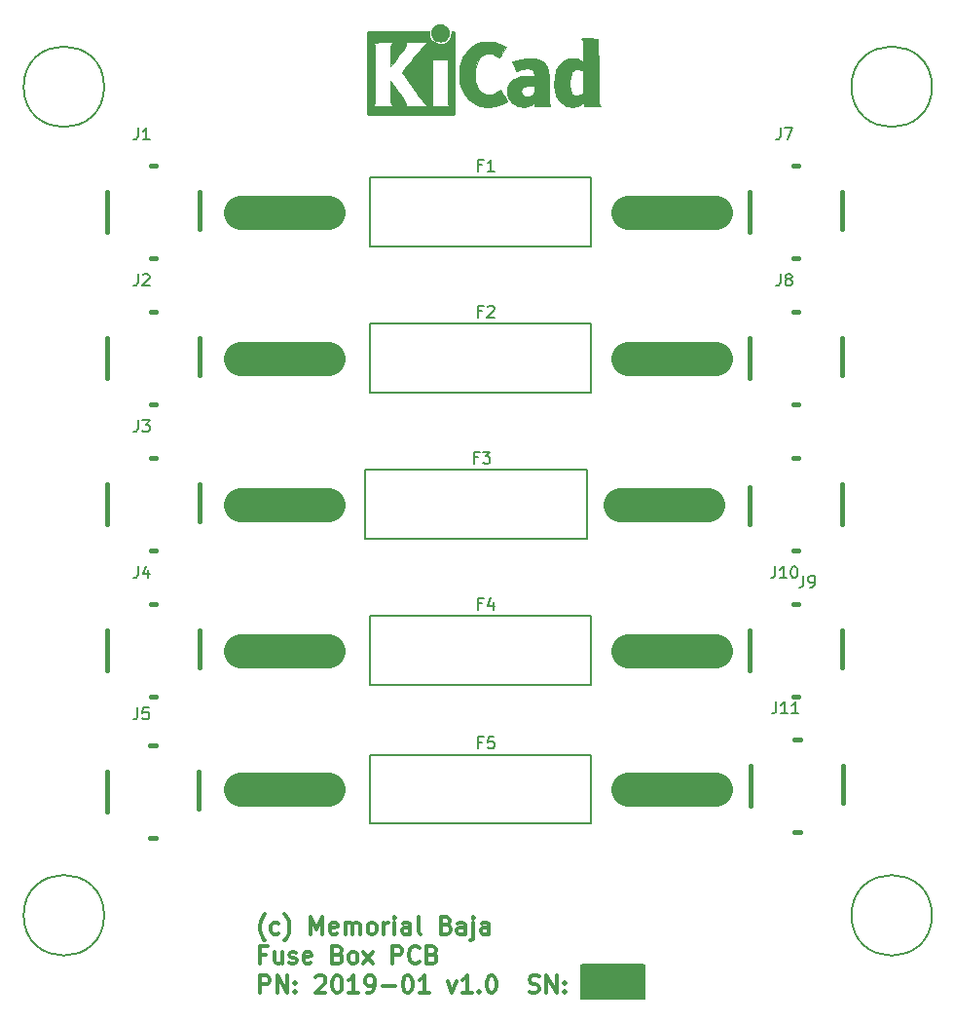
<source format=gbr>
G04 #@! TF.GenerationSoftware,KiCad,Pcbnew,(5.0.2)-1*
G04 #@! TF.CreationDate,2019-05-25T02:40:28-02:30*
G04 #@! TF.ProjectId,FusePCB,46757365-5043-4422-9e6b-696361645f70,rev?*
G04 #@! TF.SameCoordinates,Original*
G04 #@! TF.FileFunction,Legend,Top*
G04 #@! TF.FilePolarity,Positive*
%FSLAX46Y46*%
G04 Gerber Fmt 4.6, Leading zero omitted, Abs format (unit mm)*
G04 Created by KiCad (PCBNEW (5.0.2)-1) date 5/25/2019 2:40:28 AM*
%MOMM*%
%LPD*%
G01*
G04 APERTURE LIST*
%ADD10C,0.300000*%
%ADD11C,3.000000*%
%ADD12C,0.150000*%
%ADD13C,0.381000*%
%ADD14C,0.010000*%
G04 APERTURE END LIST*
D10*
X77480714Y-142200000D02*
X77409285Y-142128571D01*
X77266428Y-141914285D01*
X77195000Y-141771428D01*
X77123571Y-141557142D01*
X77052142Y-141200000D01*
X77052142Y-140914285D01*
X77123571Y-140557142D01*
X77195000Y-140342857D01*
X77266428Y-140200000D01*
X77409285Y-139985714D01*
X77480714Y-139914285D01*
X78695000Y-141557142D02*
X78552142Y-141628571D01*
X78266428Y-141628571D01*
X78123571Y-141557142D01*
X78052142Y-141485714D01*
X77980714Y-141342857D01*
X77980714Y-140914285D01*
X78052142Y-140771428D01*
X78123571Y-140700000D01*
X78266428Y-140628571D01*
X78552142Y-140628571D01*
X78695000Y-140700000D01*
X79195000Y-142200000D02*
X79266428Y-142128571D01*
X79409285Y-141914285D01*
X79480714Y-141771428D01*
X79552142Y-141557142D01*
X79623571Y-141200000D01*
X79623571Y-140914285D01*
X79552142Y-140557142D01*
X79480714Y-140342857D01*
X79409285Y-140200000D01*
X79266428Y-139985714D01*
X79195000Y-139914285D01*
X81480714Y-141628571D02*
X81480714Y-140128571D01*
X81980714Y-141200000D01*
X82480714Y-140128571D01*
X82480714Y-141628571D01*
X83766428Y-141557142D02*
X83623571Y-141628571D01*
X83337857Y-141628571D01*
X83195000Y-141557142D01*
X83123571Y-141414285D01*
X83123571Y-140842857D01*
X83195000Y-140700000D01*
X83337857Y-140628571D01*
X83623571Y-140628571D01*
X83766428Y-140700000D01*
X83837857Y-140842857D01*
X83837857Y-140985714D01*
X83123571Y-141128571D01*
X84480714Y-141628571D02*
X84480714Y-140628571D01*
X84480714Y-140771428D02*
X84552142Y-140700000D01*
X84695000Y-140628571D01*
X84909285Y-140628571D01*
X85052142Y-140700000D01*
X85123571Y-140842857D01*
X85123571Y-141628571D01*
X85123571Y-140842857D02*
X85195000Y-140700000D01*
X85337857Y-140628571D01*
X85552142Y-140628571D01*
X85695000Y-140700000D01*
X85766428Y-140842857D01*
X85766428Y-141628571D01*
X86695000Y-141628571D02*
X86552142Y-141557142D01*
X86480714Y-141485714D01*
X86409285Y-141342857D01*
X86409285Y-140914285D01*
X86480714Y-140771428D01*
X86552142Y-140700000D01*
X86695000Y-140628571D01*
X86909285Y-140628571D01*
X87052142Y-140700000D01*
X87123571Y-140771428D01*
X87195000Y-140914285D01*
X87195000Y-141342857D01*
X87123571Y-141485714D01*
X87052142Y-141557142D01*
X86909285Y-141628571D01*
X86695000Y-141628571D01*
X87837857Y-141628571D02*
X87837857Y-140628571D01*
X87837857Y-140914285D02*
X87909285Y-140771428D01*
X87980714Y-140700000D01*
X88123571Y-140628571D01*
X88266428Y-140628571D01*
X88766428Y-141628571D02*
X88766428Y-140628571D01*
X88766428Y-140128571D02*
X88695000Y-140200000D01*
X88766428Y-140271428D01*
X88837857Y-140200000D01*
X88766428Y-140128571D01*
X88766428Y-140271428D01*
X90123571Y-141628571D02*
X90123571Y-140842857D01*
X90052142Y-140700000D01*
X89909285Y-140628571D01*
X89623571Y-140628571D01*
X89480714Y-140700000D01*
X90123571Y-141557142D02*
X89980714Y-141628571D01*
X89623571Y-141628571D01*
X89480714Y-141557142D01*
X89409285Y-141414285D01*
X89409285Y-141271428D01*
X89480714Y-141128571D01*
X89623571Y-141057142D01*
X89980714Y-141057142D01*
X90123571Y-140985714D01*
X91052142Y-141628571D02*
X90909285Y-141557142D01*
X90837857Y-141414285D01*
X90837857Y-140128571D01*
X93266428Y-140842857D02*
X93480714Y-140914285D01*
X93552142Y-140985714D01*
X93623571Y-141128571D01*
X93623571Y-141342857D01*
X93552142Y-141485714D01*
X93480714Y-141557142D01*
X93337857Y-141628571D01*
X92766428Y-141628571D01*
X92766428Y-140128571D01*
X93266428Y-140128571D01*
X93409285Y-140200000D01*
X93480714Y-140271428D01*
X93552142Y-140414285D01*
X93552142Y-140557142D01*
X93480714Y-140700000D01*
X93409285Y-140771428D01*
X93266428Y-140842857D01*
X92766428Y-140842857D01*
X94909285Y-141628571D02*
X94909285Y-140842857D01*
X94837857Y-140700000D01*
X94695000Y-140628571D01*
X94409285Y-140628571D01*
X94266428Y-140700000D01*
X94909285Y-141557142D02*
X94766428Y-141628571D01*
X94409285Y-141628571D01*
X94266428Y-141557142D01*
X94195000Y-141414285D01*
X94195000Y-141271428D01*
X94266428Y-141128571D01*
X94409285Y-141057142D01*
X94766428Y-141057142D01*
X94909285Y-140985714D01*
X95623571Y-140628571D02*
X95623571Y-141914285D01*
X95552142Y-142057142D01*
X95409285Y-142128571D01*
X95337857Y-142128571D01*
X95623571Y-140128571D02*
X95552142Y-140200000D01*
X95623571Y-140271428D01*
X95695000Y-140200000D01*
X95623571Y-140128571D01*
X95623571Y-140271428D01*
X96980714Y-141628571D02*
X96980714Y-140842857D01*
X96909285Y-140700000D01*
X96766428Y-140628571D01*
X96480714Y-140628571D01*
X96337857Y-140700000D01*
X96980714Y-141557142D02*
X96837857Y-141628571D01*
X96480714Y-141628571D01*
X96337857Y-141557142D01*
X96266428Y-141414285D01*
X96266428Y-141271428D01*
X96337857Y-141128571D01*
X96480714Y-141057142D01*
X96837857Y-141057142D01*
X96980714Y-140985714D01*
X77552142Y-143392857D02*
X77052142Y-143392857D01*
X77052142Y-144178571D02*
X77052142Y-142678571D01*
X77766428Y-142678571D01*
X78980714Y-143178571D02*
X78980714Y-144178571D01*
X78337857Y-143178571D02*
X78337857Y-143964285D01*
X78409285Y-144107142D01*
X78552142Y-144178571D01*
X78766428Y-144178571D01*
X78909285Y-144107142D01*
X78980714Y-144035714D01*
X79623571Y-144107142D02*
X79766428Y-144178571D01*
X80052142Y-144178571D01*
X80195000Y-144107142D01*
X80266428Y-143964285D01*
X80266428Y-143892857D01*
X80195000Y-143750000D01*
X80052142Y-143678571D01*
X79837857Y-143678571D01*
X79695000Y-143607142D01*
X79623571Y-143464285D01*
X79623571Y-143392857D01*
X79695000Y-143250000D01*
X79837857Y-143178571D01*
X80052142Y-143178571D01*
X80195000Y-143250000D01*
X81480714Y-144107142D02*
X81337857Y-144178571D01*
X81052142Y-144178571D01*
X80909285Y-144107142D01*
X80837857Y-143964285D01*
X80837857Y-143392857D01*
X80909285Y-143250000D01*
X81052142Y-143178571D01*
X81337857Y-143178571D01*
X81480714Y-143250000D01*
X81552142Y-143392857D01*
X81552142Y-143535714D01*
X80837857Y-143678571D01*
X83837857Y-143392857D02*
X84052142Y-143464285D01*
X84123571Y-143535714D01*
X84195000Y-143678571D01*
X84195000Y-143892857D01*
X84123571Y-144035714D01*
X84052142Y-144107142D01*
X83909285Y-144178571D01*
X83337857Y-144178571D01*
X83337857Y-142678571D01*
X83837857Y-142678571D01*
X83980714Y-142750000D01*
X84052142Y-142821428D01*
X84123571Y-142964285D01*
X84123571Y-143107142D01*
X84052142Y-143250000D01*
X83980714Y-143321428D01*
X83837857Y-143392857D01*
X83337857Y-143392857D01*
X85052142Y-144178571D02*
X84909285Y-144107142D01*
X84837857Y-144035714D01*
X84766428Y-143892857D01*
X84766428Y-143464285D01*
X84837857Y-143321428D01*
X84909285Y-143250000D01*
X85052142Y-143178571D01*
X85266428Y-143178571D01*
X85409285Y-143250000D01*
X85480714Y-143321428D01*
X85552142Y-143464285D01*
X85552142Y-143892857D01*
X85480714Y-144035714D01*
X85409285Y-144107142D01*
X85266428Y-144178571D01*
X85052142Y-144178571D01*
X86052142Y-144178571D02*
X86837857Y-143178571D01*
X86052142Y-143178571D02*
X86837857Y-144178571D01*
X88552142Y-144178571D02*
X88552142Y-142678571D01*
X89123571Y-142678571D01*
X89266428Y-142750000D01*
X89337857Y-142821428D01*
X89409285Y-142964285D01*
X89409285Y-143178571D01*
X89337857Y-143321428D01*
X89266428Y-143392857D01*
X89123571Y-143464285D01*
X88552142Y-143464285D01*
X90909285Y-144035714D02*
X90837857Y-144107142D01*
X90623571Y-144178571D01*
X90480714Y-144178571D01*
X90266428Y-144107142D01*
X90123571Y-143964285D01*
X90052142Y-143821428D01*
X89980714Y-143535714D01*
X89980714Y-143321428D01*
X90052142Y-143035714D01*
X90123571Y-142892857D01*
X90266428Y-142750000D01*
X90480714Y-142678571D01*
X90623571Y-142678571D01*
X90837857Y-142750000D01*
X90909285Y-142821428D01*
X92052142Y-143392857D02*
X92266428Y-143464285D01*
X92337857Y-143535714D01*
X92409285Y-143678571D01*
X92409285Y-143892857D01*
X92337857Y-144035714D01*
X92266428Y-144107142D01*
X92123571Y-144178571D01*
X91552142Y-144178571D01*
X91552142Y-142678571D01*
X92052142Y-142678571D01*
X92195000Y-142750000D01*
X92266428Y-142821428D01*
X92337857Y-142964285D01*
X92337857Y-143107142D01*
X92266428Y-143250000D01*
X92195000Y-143321428D01*
X92052142Y-143392857D01*
X91552142Y-143392857D01*
X77052142Y-146728571D02*
X77052142Y-145228571D01*
X77623571Y-145228571D01*
X77766428Y-145300000D01*
X77837857Y-145371428D01*
X77909285Y-145514285D01*
X77909285Y-145728571D01*
X77837857Y-145871428D01*
X77766428Y-145942857D01*
X77623571Y-146014285D01*
X77052142Y-146014285D01*
X78552142Y-146728571D02*
X78552142Y-145228571D01*
X79409285Y-146728571D01*
X79409285Y-145228571D01*
X80123571Y-146585714D02*
X80195000Y-146657142D01*
X80123571Y-146728571D01*
X80052142Y-146657142D01*
X80123571Y-146585714D01*
X80123571Y-146728571D01*
X80123571Y-145800000D02*
X80195000Y-145871428D01*
X80123571Y-145942857D01*
X80052142Y-145871428D01*
X80123571Y-145800000D01*
X80123571Y-145942857D01*
X81909285Y-145371428D02*
X81980714Y-145300000D01*
X82123571Y-145228571D01*
X82480714Y-145228571D01*
X82623571Y-145300000D01*
X82695000Y-145371428D01*
X82766428Y-145514285D01*
X82766428Y-145657142D01*
X82695000Y-145871428D01*
X81837857Y-146728571D01*
X82766428Y-146728571D01*
X83695000Y-145228571D02*
X83837857Y-145228571D01*
X83980714Y-145300000D01*
X84052142Y-145371428D01*
X84123571Y-145514285D01*
X84195000Y-145800000D01*
X84195000Y-146157142D01*
X84123571Y-146442857D01*
X84052142Y-146585714D01*
X83980714Y-146657142D01*
X83837857Y-146728571D01*
X83695000Y-146728571D01*
X83552142Y-146657142D01*
X83480714Y-146585714D01*
X83409285Y-146442857D01*
X83337857Y-146157142D01*
X83337857Y-145800000D01*
X83409285Y-145514285D01*
X83480714Y-145371428D01*
X83552142Y-145300000D01*
X83695000Y-145228571D01*
X85623571Y-146728571D02*
X84766428Y-146728571D01*
X85195000Y-146728571D02*
X85195000Y-145228571D01*
X85052142Y-145442857D01*
X84909285Y-145585714D01*
X84766428Y-145657142D01*
X86337857Y-146728571D02*
X86623571Y-146728571D01*
X86766428Y-146657142D01*
X86837857Y-146585714D01*
X86980714Y-146371428D01*
X87052142Y-146085714D01*
X87052142Y-145514285D01*
X86980714Y-145371428D01*
X86909285Y-145300000D01*
X86766428Y-145228571D01*
X86480714Y-145228571D01*
X86337857Y-145300000D01*
X86266428Y-145371428D01*
X86195000Y-145514285D01*
X86195000Y-145871428D01*
X86266428Y-146014285D01*
X86337857Y-146085714D01*
X86480714Y-146157142D01*
X86766428Y-146157142D01*
X86909285Y-146085714D01*
X86980714Y-146014285D01*
X87052142Y-145871428D01*
X87695000Y-146157142D02*
X88837857Y-146157142D01*
X89837857Y-145228571D02*
X89980714Y-145228571D01*
X90123571Y-145300000D01*
X90195000Y-145371428D01*
X90266428Y-145514285D01*
X90337857Y-145800000D01*
X90337857Y-146157142D01*
X90266428Y-146442857D01*
X90195000Y-146585714D01*
X90123571Y-146657142D01*
X89980714Y-146728571D01*
X89837857Y-146728571D01*
X89695000Y-146657142D01*
X89623571Y-146585714D01*
X89552142Y-146442857D01*
X89480714Y-146157142D01*
X89480714Y-145800000D01*
X89552142Y-145514285D01*
X89623571Y-145371428D01*
X89695000Y-145300000D01*
X89837857Y-145228571D01*
X91766428Y-146728571D02*
X90909285Y-146728571D01*
X91337857Y-146728571D02*
X91337857Y-145228571D01*
X91195000Y-145442857D01*
X91052142Y-145585714D01*
X90909285Y-145657142D01*
X93409285Y-145728571D02*
X93766428Y-146728571D01*
X94123571Y-145728571D01*
X95480714Y-146728571D02*
X94623571Y-146728571D01*
X95052142Y-146728571D02*
X95052142Y-145228571D01*
X94909285Y-145442857D01*
X94766428Y-145585714D01*
X94623571Y-145657142D01*
X96123571Y-146585714D02*
X96195000Y-146657142D01*
X96123571Y-146728571D01*
X96052142Y-146657142D01*
X96123571Y-146585714D01*
X96123571Y-146728571D01*
X97123571Y-145228571D02*
X97266428Y-145228571D01*
X97409285Y-145300000D01*
X97480714Y-145371428D01*
X97552142Y-145514285D01*
X97623571Y-145800000D01*
X97623571Y-146157142D01*
X97552142Y-146442857D01*
X97480714Y-146585714D01*
X97409285Y-146657142D01*
X97266428Y-146728571D01*
X97123571Y-146728571D01*
X96980714Y-146657142D01*
X96909285Y-146585714D01*
X96837857Y-146442857D01*
X96766428Y-146157142D01*
X96766428Y-145800000D01*
X96837857Y-145514285D01*
X96909285Y-145371428D01*
X96980714Y-145300000D01*
X97123571Y-145228571D01*
X100480714Y-146657142D02*
X100695000Y-146728571D01*
X101052142Y-146728571D01*
X101195000Y-146657142D01*
X101266428Y-146585714D01*
X101337857Y-146442857D01*
X101337857Y-146300000D01*
X101266428Y-146157142D01*
X101195000Y-146085714D01*
X101052142Y-146014285D01*
X100766428Y-145942857D01*
X100623571Y-145871428D01*
X100552142Y-145800000D01*
X100480714Y-145657142D01*
X100480714Y-145514285D01*
X100552142Y-145371428D01*
X100623571Y-145300000D01*
X100766428Y-145228571D01*
X101123571Y-145228571D01*
X101337857Y-145300000D01*
X101980714Y-146728571D02*
X101980714Y-145228571D01*
X102837857Y-146728571D01*
X102837857Y-145228571D01*
X103552142Y-146585714D02*
X103623571Y-146657142D01*
X103552142Y-146728571D01*
X103480714Y-146657142D01*
X103552142Y-146585714D01*
X103552142Y-146728571D01*
X103552142Y-145800000D02*
X103623571Y-145871428D01*
X103552142Y-145942857D01*
X103480714Y-145871428D01*
X103552142Y-145800000D01*
X103552142Y-145942857D01*
D11*
X109055000Y-129045000D02*
X116675000Y-129045000D01*
X109055000Y-116980000D02*
X116675000Y-116980000D01*
X108420000Y-104280000D02*
X116040000Y-104280000D01*
X109055000Y-91580000D02*
X116675000Y-91580000D01*
X109055000Y-78880000D02*
X116675000Y-78880000D01*
X75400000Y-129045000D02*
X83020000Y-129045000D01*
X75400000Y-116980000D02*
X83020000Y-116980000D01*
X75400000Y-104280000D02*
X83020000Y-104280000D01*
X75400000Y-91580000D02*
X83020000Y-91580000D01*
X75400000Y-78880000D02*
X83020000Y-78880000D01*
D12*
G04 #@! TO.C,F1*
X105840000Y-75880000D02*
X105840000Y-81880000D01*
X86595000Y-75880000D02*
X105840000Y-75880000D01*
X86600000Y-81880000D02*
X86600000Y-75880000D01*
X105840000Y-81880000D02*
X86595000Y-81880000D01*
G04 #@! TO.C,F2*
X105840000Y-88580000D02*
X105840000Y-94580000D01*
X86595000Y-88580000D02*
X105840000Y-88580000D01*
X86600000Y-94580000D02*
X86600000Y-88580000D01*
X105840000Y-94580000D02*
X86595000Y-94580000D01*
G04 #@! TO.C,F3*
X105475000Y-101280000D02*
X105475000Y-107280000D01*
X86230000Y-101280000D02*
X105475000Y-101280000D01*
X86235000Y-107280000D02*
X86235000Y-101280000D01*
X105475000Y-107280000D02*
X86230000Y-107280000D01*
G04 #@! TO.C,F4*
X105840000Y-113980000D02*
X105840000Y-119980000D01*
X86595000Y-113980000D02*
X105840000Y-113980000D01*
X86600000Y-119980000D02*
X86600000Y-113980000D01*
X105840000Y-119980000D02*
X86595000Y-119980000D01*
G04 #@! TO.C,F5*
X105840000Y-126045000D02*
X105840000Y-132045000D01*
X86595000Y-126045000D02*
X105840000Y-126045000D01*
X86600000Y-132045000D02*
X86600000Y-126045000D01*
X105840000Y-132045000D02*
X86595000Y-132045000D01*
G04 #@! TO.C,H1*
X135500000Y-68000000D02*
G75*
G03X135500000Y-68000000I-3500000J0D01*
G01*
G04 #@! TO.C,H2*
X63500000Y-68000000D02*
G75*
G03X63500000Y-68000000I-3500000J0D01*
G01*
G04 #@! TO.C,H3*
X135500000Y-140000000D02*
G75*
G03X135500000Y-140000000I-3500000J0D01*
G01*
G04 #@! TO.C,H4*
X63500000Y-140000000D02*
G75*
G03X63500000Y-140000000I-3500000J0D01*
G01*
D13*
G04 #@! TO.C,J1*
X68030000Y-82880000D02*
X67530000Y-82880000D01*
X71780000Y-77130000D02*
X71780000Y-80380000D01*
X67530000Y-74880000D02*
X68030000Y-74880000D01*
X63780000Y-80630000D02*
X63780000Y-77130000D01*
G04 #@! TO.C,J2*
X63780000Y-93330000D02*
X63780000Y-89830000D01*
X67530000Y-87580000D02*
X68030000Y-87580000D01*
X71780000Y-89830000D02*
X71780000Y-93080000D01*
X68030000Y-95580000D02*
X67530000Y-95580000D01*
G04 #@! TO.C,J3*
X63780000Y-106030000D02*
X63780000Y-102530000D01*
X67530000Y-100280000D02*
X68030000Y-100280000D01*
X71780000Y-102530000D02*
X71780000Y-105780000D01*
X68030000Y-108280000D02*
X67530000Y-108280000D01*
G04 #@! TO.C,J4*
X63780000Y-118730000D02*
X63780000Y-115230000D01*
X67530000Y-112980000D02*
X68030000Y-112980000D01*
X71780000Y-115230000D02*
X71780000Y-118480000D01*
X68030000Y-120980000D02*
X67530000Y-120980000D01*
G04 #@! TO.C,J5*
X63750000Y-131000000D02*
X63750000Y-127500000D01*
X67500000Y-125250000D02*
X68000000Y-125250000D01*
X71750000Y-127500000D02*
X71750000Y-130750000D01*
X68000000Y-133250000D02*
X67500000Y-133250000D01*
G04 #@! TO.C,J7*
X123910000Y-82880000D02*
X123410000Y-82880000D01*
X127660000Y-77130000D02*
X127660000Y-80380000D01*
X123410000Y-74880000D02*
X123910000Y-74880000D01*
X119660000Y-80630000D02*
X119660000Y-77130000D01*
G04 #@! TO.C,J8*
X123910000Y-95580000D02*
X123410000Y-95580000D01*
X127660000Y-89830000D02*
X127660000Y-93080000D01*
X123410000Y-87580000D02*
X123910000Y-87580000D01*
X119660000Y-93330000D02*
X119660000Y-89830000D01*
G04 #@! TO.C,J9*
X123410000Y-100280000D02*
X123910000Y-100280000D01*
X119660000Y-106030000D02*
X119660000Y-102780000D01*
X123910000Y-108280000D02*
X123410000Y-108280000D01*
X127660000Y-102530000D02*
X127660000Y-106030000D01*
G04 #@! TO.C,J10*
X123910000Y-120980000D02*
X123410000Y-120980000D01*
X127660000Y-115230000D02*
X127660000Y-118480000D01*
X123410000Y-112980000D02*
X123910000Y-112980000D01*
X119660000Y-118730000D02*
X119660000Y-115230000D01*
G04 #@! TO.C,J11*
X124000000Y-132750000D02*
X123500000Y-132750000D01*
X127750000Y-127000000D02*
X127750000Y-130250000D01*
X123500000Y-124750000D02*
X124000000Y-124750000D01*
X119750000Y-130500000D02*
X119750000Y-127000000D01*
D12*
G04 #@! TO.C,logo1*
X105050000Y-147250000D02*
X110450000Y-147250000D01*
X110450000Y-147150000D02*
X105050000Y-147150000D01*
X105050000Y-147050000D02*
X110450000Y-147050000D01*
X110450000Y-146950000D02*
X105050000Y-146950000D01*
X105050000Y-146850000D02*
X110450000Y-146850000D01*
X110450000Y-146750000D02*
X105050000Y-146750000D01*
X105050000Y-146650000D02*
X110450000Y-146650000D01*
X110450000Y-146550000D02*
X105050000Y-146550000D01*
X105050000Y-146450000D02*
X110450000Y-146450000D01*
X110450000Y-146350000D02*
X105050000Y-146350000D01*
X105050000Y-146250000D02*
X110450000Y-146250000D01*
X110450000Y-146150000D02*
X105050000Y-146150000D01*
X105050000Y-146050000D02*
X110450000Y-146050000D01*
X110450000Y-145950000D02*
X105050000Y-145950000D01*
X105050000Y-145850000D02*
X110450000Y-145850000D01*
X110450000Y-145750000D02*
X105050000Y-145750000D01*
X105050000Y-145650000D02*
X110450000Y-145650000D01*
X110450000Y-145550000D02*
X105050000Y-145550000D01*
X105050000Y-145450000D02*
X110450000Y-145450000D01*
X110450000Y-145350000D02*
X105050000Y-145350000D01*
X105050000Y-145250000D02*
X110450000Y-145250000D01*
X110450000Y-145150000D02*
X105050000Y-145150000D01*
X105050000Y-145050000D02*
X110450000Y-145050000D01*
X110450000Y-144950000D02*
X105050000Y-144950000D01*
X105050000Y-144850000D02*
X110450000Y-144850000D01*
X110450000Y-144750000D02*
X105050000Y-144750000D01*
X105050000Y-144650000D02*
X110450000Y-144650000D01*
X110450000Y-144550000D02*
X105050000Y-144550000D01*
X105050000Y-144450000D02*
X110450000Y-144450000D01*
X110450000Y-144350000D02*
X105050000Y-144350000D01*
X105050000Y-144250000D02*
X110450000Y-144250000D01*
X105000000Y-144250000D02*
X105000000Y-147250000D01*
X110500000Y-144250000D02*
X110500000Y-147250000D01*
D14*
G04 #@! TO.C,logo3*
G36*
X92897682Y-62583933D02*
X93033929Y-62631172D01*
X93160779Y-62705527D01*
X93274067Y-62806987D01*
X93369628Y-62935543D01*
X93412554Y-63016572D01*
X93449705Y-63129908D01*
X93467712Y-63260751D01*
X93465717Y-63395265D01*
X93443577Y-63517158D01*
X93383064Y-63666107D01*
X93295314Y-63795309D01*
X93184788Y-63902223D01*
X93055946Y-63984306D01*
X92913247Y-64039016D01*
X92761151Y-64063810D01*
X92604119Y-64056147D01*
X92526714Y-64039772D01*
X92375859Y-63981089D01*
X92241875Y-63891543D01*
X92127994Y-63773893D01*
X92037448Y-63630902D01*
X92029788Y-63615286D01*
X92003306Y-63556686D01*
X91986678Y-63507334D01*
X91977650Y-63455270D01*
X91973968Y-63388539D01*
X91973357Y-63315929D01*
X91974367Y-63228691D01*
X91978928Y-63165624D01*
X91989334Y-63114636D01*
X92007879Y-63063633D01*
X92030770Y-63013313D01*
X92116154Y-62870470D01*
X92221301Y-62754810D01*
X92342045Y-62666325D01*
X92474221Y-62605005D01*
X92613663Y-62570839D01*
X92756205Y-62563818D01*
X92897682Y-62583933D01*
X92897682Y-62583933D01*
G37*
X92897682Y-62583933D02*
X93033929Y-62631172D01*
X93160779Y-62705527D01*
X93274067Y-62806987D01*
X93369628Y-62935543D01*
X93412554Y-63016572D01*
X93449705Y-63129908D01*
X93467712Y-63260751D01*
X93465717Y-63395265D01*
X93443577Y-63517158D01*
X93383064Y-63666107D01*
X93295314Y-63795309D01*
X93184788Y-63902223D01*
X93055946Y-63984306D01*
X92913247Y-64039016D01*
X92761151Y-64063810D01*
X92604119Y-64056147D01*
X92526714Y-64039772D01*
X92375859Y-63981089D01*
X92241875Y-63891543D01*
X92127994Y-63773893D01*
X92037448Y-63630902D01*
X92029788Y-63615286D01*
X92003306Y-63556686D01*
X91986678Y-63507334D01*
X91977650Y-63455270D01*
X91973968Y-63388539D01*
X91973357Y-63315929D01*
X91974367Y-63228691D01*
X91978928Y-63165624D01*
X91989334Y-63114636D01*
X92007879Y-63063633D01*
X92030770Y-63013313D01*
X92116154Y-62870470D01*
X92221301Y-62754810D01*
X92342045Y-62666325D01*
X92474221Y-62605005D01*
X92613663Y-62570839D01*
X92756205Y-62563818D01*
X92897682Y-62583933D01*
G36*
X105541571Y-63800089D02*
X105695876Y-63800723D01*
X105748321Y-63801042D01*
X106469500Y-63805786D01*
X106478571Y-66572572D01*
X106479769Y-66947756D01*
X106480832Y-67288417D01*
X106481827Y-67596318D01*
X106482823Y-67873221D01*
X106483888Y-68120888D01*
X106485091Y-68341081D01*
X106486499Y-68535562D01*
X106488182Y-68706094D01*
X106490206Y-68854440D01*
X106492641Y-68982361D01*
X106495554Y-69091620D01*
X106499015Y-69183979D01*
X106503090Y-69261200D01*
X106507849Y-69325046D01*
X106513360Y-69377278D01*
X106519691Y-69419660D01*
X106526910Y-69453953D01*
X106535085Y-69481920D01*
X106544285Y-69505324D01*
X106554577Y-69525925D01*
X106566031Y-69545487D01*
X106578715Y-69565772D01*
X106592695Y-69588543D01*
X106595561Y-69593393D01*
X106643640Y-69675433D01*
X105253928Y-69665929D01*
X105244857Y-69513295D01*
X105239918Y-69440045D01*
X105234771Y-69397696D01*
X105227786Y-69380892D01*
X105217337Y-69384277D01*
X105208571Y-69393960D01*
X105170388Y-69429229D01*
X105108155Y-69474563D01*
X105030641Y-69524546D01*
X104946613Y-69573761D01*
X104864839Y-69616791D01*
X104802052Y-69645101D01*
X104654954Y-69691624D01*
X104486180Y-69724579D01*
X104308191Y-69742707D01*
X104133447Y-69744750D01*
X103974407Y-69729447D01*
X103971788Y-69729009D01*
X103754168Y-69674402D01*
X103550455Y-69587401D01*
X103362613Y-69469876D01*
X103192607Y-69323697D01*
X103042402Y-69150734D01*
X102913964Y-68952857D01*
X102809257Y-68731936D01*
X102752246Y-68568286D01*
X102714651Y-68431375D01*
X102686771Y-68298798D01*
X102667753Y-68162502D01*
X102656745Y-68014433D01*
X102652895Y-67846537D01*
X102654600Y-67709440D01*
X103993359Y-67709440D01*
X103999694Y-67939329D01*
X104019679Y-68137111D01*
X104053927Y-68304539D01*
X104103055Y-68443369D01*
X104167676Y-68555358D01*
X104248405Y-68642259D01*
X104341591Y-68703692D01*
X104390080Y-68726626D01*
X104432134Y-68740375D01*
X104479020Y-68746666D01*
X104542004Y-68747222D01*
X104609857Y-68744773D01*
X104743295Y-68733004D01*
X104848832Y-68709955D01*
X104882000Y-68698410D01*
X104957735Y-68664311D01*
X105037614Y-68621491D01*
X105072500Y-68600057D01*
X105163214Y-68540556D01*
X105163214Y-66654584D01*
X105063428Y-66594771D01*
X104924267Y-66527185D01*
X104782087Y-66487214D01*
X104642090Y-66474622D01*
X104509474Y-66489173D01*
X104389440Y-66530632D01*
X104287188Y-66598763D01*
X104254195Y-66631466D01*
X104174667Y-66738619D01*
X104110299Y-66868327D01*
X104060553Y-67022814D01*
X104024891Y-67204302D01*
X104002775Y-67415015D01*
X103993667Y-67657175D01*
X103993359Y-67709440D01*
X102654600Y-67709440D01*
X102655310Y-67652374D01*
X102670605Y-67353713D01*
X102701358Y-67084325D01*
X102748381Y-66840285D01*
X102812482Y-66617670D01*
X102894472Y-66412556D01*
X102923730Y-66351746D01*
X103041581Y-66153440D01*
X103183996Y-65977212D01*
X103347629Y-65825908D01*
X103529131Y-65702371D01*
X103725153Y-65609447D01*
X103842655Y-65571115D01*
X103958054Y-65548359D01*
X104096907Y-65534820D01*
X104247574Y-65530492D01*
X104398413Y-65535368D01*
X104537785Y-65549444D01*
X104649691Y-65571525D01*
X104782884Y-65614828D01*
X104911979Y-65670511D01*
X105024928Y-65732936D01*
X105085043Y-65775303D01*
X105126510Y-65806807D01*
X105155545Y-65825990D01*
X105162150Y-65828714D01*
X105164198Y-65811163D01*
X105166107Y-65760875D01*
X105167836Y-65681400D01*
X105169341Y-65576286D01*
X105170581Y-65449083D01*
X105171513Y-65303339D01*
X105172095Y-65142603D01*
X105172286Y-64978884D01*
X105172179Y-64769188D01*
X105171658Y-64592396D01*
X105170416Y-64445126D01*
X105168148Y-64323997D01*
X105164550Y-64225627D01*
X105159317Y-64146634D01*
X105152144Y-64083638D01*
X105142726Y-64033255D01*
X105130758Y-63992105D01*
X105115935Y-63956806D01*
X105097952Y-63923977D01*
X105076505Y-63890235D01*
X105073745Y-63886057D01*
X105046083Y-63842356D01*
X105029382Y-63812305D01*
X105027143Y-63805967D01*
X105044643Y-63803967D01*
X105094574Y-63802340D01*
X105173085Y-63801112D01*
X105276323Y-63800311D01*
X105400436Y-63799961D01*
X105541571Y-63800089D01*
X105541571Y-63800089D01*
G37*
X105541571Y-63800089D02*
X105695876Y-63800723D01*
X105748321Y-63801042D01*
X106469500Y-63805786D01*
X106478571Y-66572572D01*
X106479769Y-66947756D01*
X106480832Y-67288417D01*
X106481827Y-67596318D01*
X106482823Y-67873221D01*
X106483888Y-68120888D01*
X106485091Y-68341081D01*
X106486499Y-68535562D01*
X106488182Y-68706094D01*
X106490206Y-68854440D01*
X106492641Y-68982361D01*
X106495554Y-69091620D01*
X106499015Y-69183979D01*
X106503090Y-69261200D01*
X106507849Y-69325046D01*
X106513360Y-69377278D01*
X106519691Y-69419660D01*
X106526910Y-69453953D01*
X106535085Y-69481920D01*
X106544285Y-69505324D01*
X106554577Y-69525925D01*
X106566031Y-69545487D01*
X106578715Y-69565772D01*
X106592695Y-69588543D01*
X106595561Y-69593393D01*
X106643640Y-69675433D01*
X105253928Y-69665929D01*
X105244857Y-69513295D01*
X105239918Y-69440045D01*
X105234771Y-69397696D01*
X105227786Y-69380892D01*
X105217337Y-69384277D01*
X105208571Y-69393960D01*
X105170388Y-69429229D01*
X105108155Y-69474563D01*
X105030641Y-69524546D01*
X104946613Y-69573761D01*
X104864839Y-69616791D01*
X104802052Y-69645101D01*
X104654954Y-69691624D01*
X104486180Y-69724579D01*
X104308191Y-69742707D01*
X104133447Y-69744750D01*
X103974407Y-69729447D01*
X103971788Y-69729009D01*
X103754168Y-69674402D01*
X103550455Y-69587401D01*
X103362613Y-69469876D01*
X103192607Y-69323697D01*
X103042402Y-69150734D01*
X102913964Y-68952857D01*
X102809257Y-68731936D01*
X102752246Y-68568286D01*
X102714651Y-68431375D01*
X102686771Y-68298798D01*
X102667753Y-68162502D01*
X102656745Y-68014433D01*
X102652895Y-67846537D01*
X102654600Y-67709440D01*
X103993359Y-67709440D01*
X103999694Y-67939329D01*
X104019679Y-68137111D01*
X104053927Y-68304539D01*
X104103055Y-68443369D01*
X104167676Y-68555358D01*
X104248405Y-68642259D01*
X104341591Y-68703692D01*
X104390080Y-68726626D01*
X104432134Y-68740375D01*
X104479020Y-68746666D01*
X104542004Y-68747222D01*
X104609857Y-68744773D01*
X104743295Y-68733004D01*
X104848832Y-68709955D01*
X104882000Y-68698410D01*
X104957735Y-68664311D01*
X105037614Y-68621491D01*
X105072500Y-68600057D01*
X105163214Y-68540556D01*
X105163214Y-66654584D01*
X105063428Y-66594771D01*
X104924267Y-66527185D01*
X104782087Y-66487214D01*
X104642090Y-66474622D01*
X104509474Y-66489173D01*
X104389440Y-66530632D01*
X104287188Y-66598763D01*
X104254195Y-66631466D01*
X104174667Y-66738619D01*
X104110299Y-66868327D01*
X104060553Y-67022814D01*
X104024891Y-67204302D01*
X104002775Y-67415015D01*
X103993667Y-67657175D01*
X103993359Y-67709440D01*
X102654600Y-67709440D01*
X102655310Y-67652374D01*
X102670605Y-67353713D01*
X102701358Y-67084325D01*
X102748381Y-66840285D01*
X102812482Y-66617670D01*
X102894472Y-66412556D01*
X102923730Y-66351746D01*
X103041581Y-66153440D01*
X103183996Y-65977212D01*
X103347629Y-65825908D01*
X103529131Y-65702371D01*
X103725153Y-65609447D01*
X103842655Y-65571115D01*
X103958054Y-65548359D01*
X104096907Y-65534820D01*
X104247574Y-65530492D01*
X104398413Y-65535368D01*
X104537785Y-65549444D01*
X104649691Y-65571525D01*
X104782884Y-65614828D01*
X104911979Y-65670511D01*
X105024928Y-65732936D01*
X105085043Y-65775303D01*
X105126510Y-65806807D01*
X105155545Y-65825990D01*
X105162150Y-65828714D01*
X105164198Y-65811163D01*
X105166107Y-65760875D01*
X105167836Y-65681400D01*
X105169341Y-65576286D01*
X105170581Y-65449083D01*
X105171513Y-65303339D01*
X105172095Y-65142603D01*
X105172286Y-64978884D01*
X105172179Y-64769188D01*
X105171658Y-64592396D01*
X105170416Y-64445126D01*
X105168148Y-64323997D01*
X105164550Y-64225627D01*
X105159317Y-64146634D01*
X105152144Y-64083638D01*
X105142726Y-64033255D01*
X105130758Y-63992105D01*
X105115935Y-63956806D01*
X105097952Y-63923977D01*
X105076505Y-63890235D01*
X105073745Y-63886057D01*
X105046083Y-63842356D01*
X105029382Y-63812305D01*
X105027143Y-63805967D01*
X105044643Y-63803967D01*
X105094574Y-63802340D01*
X105173085Y-63801112D01*
X105276323Y-63800311D01*
X105400436Y-63799961D01*
X105541571Y-63800089D01*
G36*
X100685632Y-65527730D02*
X100775523Y-65534535D01*
X101032715Y-65568753D01*
X101260485Y-65623331D01*
X101459943Y-65699020D01*
X101632197Y-65796570D01*
X101778359Y-65916732D01*
X101899536Y-66060258D01*
X101996839Y-66227898D01*
X102067891Y-66409286D01*
X102085927Y-66467146D01*
X102101632Y-66521329D01*
X102115192Y-66574752D01*
X102126792Y-66630333D01*
X102136617Y-66690988D01*
X102144853Y-66759635D01*
X102151684Y-66839190D01*
X102157295Y-66932572D01*
X102161872Y-67042696D01*
X102165600Y-67172481D01*
X102168665Y-67324842D01*
X102171250Y-67502698D01*
X102173542Y-67708965D01*
X102175725Y-67946561D01*
X102177286Y-68132857D01*
X102187785Y-69411929D01*
X102255821Y-69535018D01*
X102288038Y-69594317D01*
X102312012Y-69640377D01*
X102323450Y-69664893D01*
X102323857Y-69666553D01*
X102306375Y-69668454D01*
X102256574Y-69670205D01*
X102178421Y-69671758D01*
X102075882Y-69673062D01*
X101952922Y-69674070D01*
X101813510Y-69674731D01*
X101661611Y-69674997D01*
X101643500Y-69675000D01*
X100963143Y-69675000D01*
X100963143Y-69520786D01*
X100961982Y-69451094D01*
X100958887Y-69397794D01*
X100954432Y-69369217D01*
X100952463Y-69366572D01*
X100934455Y-69377653D01*
X100897393Y-69406736D01*
X100849222Y-69447579D01*
X100848141Y-69448524D01*
X100760235Y-69513971D01*
X100649217Y-69579688D01*
X100527631Y-69639219D01*
X100408021Y-69686109D01*
X100355357Y-69702133D01*
X100250551Y-69722485D01*
X100121950Y-69735472D01*
X99981325Y-69740909D01*
X99840448Y-69738611D01*
X99711093Y-69728392D01*
X99620571Y-69713689D01*
X99398580Y-69648499D01*
X99198729Y-69555594D01*
X99022319Y-69436126D01*
X98870650Y-69291247D01*
X98745024Y-69122110D01*
X98646741Y-68929867D01*
X98604341Y-68813214D01*
X98577768Y-68699833D01*
X98560158Y-68563722D01*
X98552010Y-68417437D01*
X98552278Y-68396151D01*
X99779321Y-68396151D01*
X99789496Y-68504850D01*
X99823378Y-68595185D01*
X99886000Y-68678995D01*
X99910052Y-68703571D01*
X99995551Y-68770011D01*
X100094373Y-68812574D01*
X100212768Y-68833177D01*
X100337445Y-68834694D01*
X100455698Y-68824677D01*
X100546239Y-68805085D01*
X100585560Y-68790370D01*
X100656432Y-68750265D01*
X100731525Y-68693863D01*
X100800038Y-68630561D01*
X100851172Y-68569755D01*
X100864750Y-68547449D01*
X100875305Y-68516212D01*
X100882810Y-68466507D01*
X100887613Y-68393587D01*
X100890065Y-68292703D01*
X100890571Y-68196689D01*
X100890228Y-68084750D01*
X100888843Y-68003809D01*
X100885881Y-67948585D01*
X100880808Y-67913794D01*
X100873090Y-67894154D01*
X100862192Y-67884380D01*
X100858821Y-67882824D01*
X100829529Y-67878029D01*
X100771756Y-67874108D01*
X100693304Y-67871414D01*
X100601974Y-67870299D01*
X100582143Y-67870298D01*
X100460063Y-67872246D01*
X100365749Y-67878041D01*
X100290807Y-67888475D01*
X100228903Y-67903714D01*
X100075349Y-67961784D01*
X99954932Y-68033179D01*
X99866610Y-68119039D01*
X99809339Y-68220507D01*
X99782078Y-68338725D01*
X99779321Y-68396151D01*
X98552278Y-68396151D01*
X98553823Y-68273533D01*
X98566096Y-68144565D01*
X98575670Y-68092460D01*
X98636801Y-67898997D01*
X98729757Y-67720993D01*
X98852783Y-67560155D01*
X99004124Y-67418190D01*
X99182025Y-67296806D01*
X99384732Y-67197709D01*
X99557071Y-67137533D01*
X99672253Y-67105919D01*
X99782423Y-67081354D01*
X99894719Y-67063039D01*
X100016275Y-67050178D01*
X100154229Y-67041972D01*
X100315715Y-67037624D01*
X100461715Y-67036400D01*
X100894645Y-67035215D01*
X100886351Y-66905080D01*
X100862801Y-66763883D01*
X100812703Y-66642518D01*
X100738191Y-66544017D01*
X100641399Y-66471409D01*
X100556171Y-66435979D01*
X100434056Y-66413650D01*
X100288683Y-66410443D01*
X100126867Y-66425177D01*
X99955422Y-66456670D01*
X99781163Y-66503740D01*
X99610904Y-66565203D01*
X99487176Y-66621417D01*
X99427647Y-66650283D01*
X99382242Y-66670443D01*
X99359150Y-66678310D01*
X99357897Y-66678058D01*
X99349929Y-66660437D01*
X99330031Y-66613733D01*
X99300077Y-66542418D01*
X99261939Y-66450969D01*
X99217488Y-66343859D01*
X99172305Y-66234549D01*
X98991667Y-65796740D01*
X99120155Y-65775636D01*
X99175846Y-65765047D01*
X99259564Y-65747263D01*
X99364139Y-65723898D01*
X99482399Y-65696565D01*
X99607172Y-65666881D01*
X99656857Y-65654818D01*
X99871807Y-65604962D01*
X100059995Y-65567584D01*
X100228446Y-65541927D01*
X100384186Y-65527235D01*
X100534240Y-65522755D01*
X100685632Y-65527730D01*
X100685632Y-65527730D01*
G37*
X100685632Y-65527730D02*
X100775523Y-65534535D01*
X101032715Y-65568753D01*
X101260485Y-65623331D01*
X101459943Y-65699020D01*
X101632197Y-65796570D01*
X101778359Y-65916732D01*
X101899536Y-66060258D01*
X101996839Y-66227898D01*
X102067891Y-66409286D01*
X102085927Y-66467146D01*
X102101632Y-66521329D01*
X102115192Y-66574752D01*
X102126792Y-66630333D01*
X102136617Y-66690988D01*
X102144853Y-66759635D01*
X102151684Y-66839190D01*
X102157295Y-66932572D01*
X102161872Y-67042696D01*
X102165600Y-67172481D01*
X102168665Y-67324842D01*
X102171250Y-67502698D01*
X102173542Y-67708965D01*
X102175725Y-67946561D01*
X102177286Y-68132857D01*
X102187785Y-69411929D01*
X102255821Y-69535018D01*
X102288038Y-69594317D01*
X102312012Y-69640377D01*
X102323450Y-69664893D01*
X102323857Y-69666553D01*
X102306375Y-69668454D01*
X102256574Y-69670205D01*
X102178421Y-69671758D01*
X102075882Y-69673062D01*
X101952922Y-69674070D01*
X101813510Y-69674731D01*
X101661611Y-69674997D01*
X101643500Y-69675000D01*
X100963143Y-69675000D01*
X100963143Y-69520786D01*
X100961982Y-69451094D01*
X100958887Y-69397794D01*
X100954432Y-69369217D01*
X100952463Y-69366572D01*
X100934455Y-69377653D01*
X100897393Y-69406736D01*
X100849222Y-69447579D01*
X100848141Y-69448524D01*
X100760235Y-69513971D01*
X100649217Y-69579688D01*
X100527631Y-69639219D01*
X100408021Y-69686109D01*
X100355357Y-69702133D01*
X100250551Y-69722485D01*
X100121950Y-69735472D01*
X99981325Y-69740909D01*
X99840448Y-69738611D01*
X99711093Y-69728392D01*
X99620571Y-69713689D01*
X99398580Y-69648499D01*
X99198729Y-69555594D01*
X99022319Y-69436126D01*
X98870650Y-69291247D01*
X98745024Y-69122110D01*
X98646741Y-68929867D01*
X98604341Y-68813214D01*
X98577768Y-68699833D01*
X98560158Y-68563722D01*
X98552010Y-68417437D01*
X98552278Y-68396151D01*
X99779321Y-68396151D01*
X99789496Y-68504850D01*
X99823378Y-68595185D01*
X99886000Y-68678995D01*
X99910052Y-68703571D01*
X99995551Y-68770011D01*
X100094373Y-68812574D01*
X100212768Y-68833177D01*
X100337445Y-68834694D01*
X100455698Y-68824677D01*
X100546239Y-68805085D01*
X100585560Y-68790370D01*
X100656432Y-68750265D01*
X100731525Y-68693863D01*
X100800038Y-68630561D01*
X100851172Y-68569755D01*
X100864750Y-68547449D01*
X100875305Y-68516212D01*
X100882810Y-68466507D01*
X100887613Y-68393587D01*
X100890065Y-68292703D01*
X100890571Y-68196689D01*
X100890228Y-68084750D01*
X100888843Y-68003809D01*
X100885881Y-67948585D01*
X100880808Y-67913794D01*
X100873090Y-67894154D01*
X100862192Y-67884380D01*
X100858821Y-67882824D01*
X100829529Y-67878029D01*
X100771756Y-67874108D01*
X100693304Y-67871414D01*
X100601974Y-67870299D01*
X100582143Y-67870298D01*
X100460063Y-67872246D01*
X100365749Y-67878041D01*
X100290807Y-67888475D01*
X100228903Y-67903714D01*
X100075349Y-67961784D01*
X99954932Y-68033179D01*
X99866610Y-68119039D01*
X99809339Y-68220507D01*
X99782078Y-68338725D01*
X99779321Y-68396151D01*
X98552278Y-68396151D01*
X98553823Y-68273533D01*
X98566096Y-68144565D01*
X98575670Y-68092460D01*
X98636801Y-67898997D01*
X98729757Y-67720993D01*
X98852783Y-67560155D01*
X99004124Y-67418190D01*
X99182025Y-67296806D01*
X99384732Y-67197709D01*
X99557071Y-67137533D01*
X99672253Y-67105919D01*
X99782423Y-67081354D01*
X99894719Y-67063039D01*
X100016275Y-67050178D01*
X100154229Y-67041972D01*
X100315715Y-67037624D01*
X100461715Y-67036400D01*
X100894645Y-67035215D01*
X100886351Y-66905080D01*
X100862801Y-66763883D01*
X100812703Y-66642518D01*
X100738191Y-66544017D01*
X100641399Y-66471409D01*
X100556171Y-66435979D01*
X100434056Y-66413650D01*
X100288683Y-66410443D01*
X100126867Y-66425177D01*
X99955422Y-66456670D01*
X99781163Y-66503740D01*
X99610904Y-66565203D01*
X99487176Y-66621417D01*
X99427647Y-66650283D01*
X99382242Y-66670443D01*
X99359150Y-66678310D01*
X99357897Y-66678058D01*
X99349929Y-66660437D01*
X99330031Y-66613733D01*
X99300077Y-66542418D01*
X99261939Y-66450969D01*
X99217488Y-66343859D01*
X99172305Y-66234549D01*
X98991667Y-65796740D01*
X99120155Y-65775636D01*
X99175846Y-65765047D01*
X99259564Y-65747263D01*
X99364139Y-65723898D01*
X99482399Y-65696565D01*
X99607172Y-65666881D01*
X99656857Y-65654818D01*
X99871807Y-65604962D01*
X100059995Y-65567584D01*
X100228446Y-65541927D01*
X100384186Y-65527235D01*
X100534240Y-65522755D01*
X100685632Y-65527730D01*
G36*
X97081378Y-64069231D02*
X97277019Y-64090649D01*
X97466562Y-64128985D01*
X97657717Y-64186238D01*
X97858196Y-64264409D01*
X98075708Y-64365496D01*
X98114880Y-64385076D01*
X98204772Y-64429362D01*
X98289553Y-64469239D01*
X98360855Y-64500898D01*
X98410310Y-64520532D01*
X98417908Y-64523004D01*
X98490714Y-64544817D01*
X98164803Y-65018944D01*
X98085123Y-65134823D01*
X98012272Y-65240694D01*
X97948730Y-65332962D01*
X97896972Y-65408033D01*
X97859477Y-65462313D01*
X97838723Y-65492207D01*
X97835351Y-65496941D01*
X97821655Y-65487042D01*
X97787943Y-65457285D01*
X97740244Y-65413073D01*
X97713920Y-65388084D01*
X97564772Y-65269456D01*
X97397268Y-65179313D01*
X97252928Y-65129936D01*
X97166283Y-65114429D01*
X97057796Y-65104979D01*
X96940227Y-65101761D01*
X96826334Y-65104951D01*
X96728879Y-65114724D01*
X96689990Y-65122209D01*
X96514712Y-65182512D01*
X96356765Y-65274590D01*
X96216268Y-65398273D01*
X96093335Y-65553393D01*
X95988085Y-65739781D01*
X95900635Y-65957270D01*
X95831100Y-66205692D01*
X95789775Y-66418357D01*
X95778994Y-66512241D01*
X95771648Y-66633524D01*
X95767667Y-66773493D01*
X95766979Y-66923431D01*
X95769514Y-67074622D01*
X95775200Y-67218351D01*
X95783967Y-67345903D01*
X95795744Y-67448562D01*
X95798293Y-67464401D01*
X95854481Y-67719536D01*
X95931036Y-67945342D01*
X96028426Y-68142831D01*
X96147114Y-68313014D01*
X96231363Y-68405022D01*
X96382770Y-68529943D01*
X96548817Y-68622540D01*
X96726701Y-68682309D01*
X96913622Y-68708746D01*
X97106778Y-68701348D01*
X97303369Y-68659611D01*
X97419597Y-68618771D01*
X97580438Y-68536990D01*
X97746213Y-68419678D01*
X97839073Y-68340345D01*
X97891214Y-68294429D01*
X97932180Y-68260742D01*
X97955498Y-68244510D01*
X97958393Y-68244015D01*
X97968800Y-68260601D01*
X97995767Y-68304432D01*
X98036996Y-68371748D01*
X98090189Y-68458794D01*
X98153050Y-68561810D01*
X98223281Y-68677041D01*
X98262372Y-68741231D01*
X98560964Y-69231677D01*
X98188161Y-69415915D01*
X98053369Y-69482093D01*
X97944175Y-69534278D01*
X97853907Y-69575060D01*
X97775888Y-69607033D01*
X97703444Y-69632787D01*
X97629901Y-69654914D01*
X97548584Y-69676007D01*
X97470643Y-69694530D01*
X97401366Y-69708863D01*
X97328917Y-69719694D01*
X97246042Y-69727626D01*
X97145488Y-69733258D01*
X97020003Y-69737192D01*
X96935428Y-69738891D01*
X96814754Y-69740050D01*
X96699042Y-69739465D01*
X96595951Y-69737304D01*
X96513138Y-69733732D01*
X96458260Y-69728917D01*
X96455008Y-69728437D01*
X96170043Y-69666786D01*
X95902442Y-69573285D01*
X95652297Y-69447993D01*
X95419704Y-69290974D01*
X95204757Y-69102289D01*
X95007550Y-68882000D01*
X94864727Y-68686214D01*
X94712680Y-68429949D01*
X94589773Y-68159317D01*
X94495410Y-67872149D01*
X94428999Y-67566276D01*
X94389944Y-67239528D01*
X94377640Y-66907739D01*
X94387759Y-66586779D01*
X94419561Y-66290646D01*
X94474054Y-66014345D01*
X94552250Y-65752881D01*
X94655159Y-65501258D01*
X94667447Y-65475190D01*
X94802820Y-65231507D01*
X94969089Y-64999618D01*
X95161541Y-64784323D01*
X95375466Y-64590422D01*
X95606155Y-64422715D01*
X95821109Y-64299696D01*
X96038258Y-64203345D01*
X96255868Y-64133551D01*
X96482362Y-64088413D01*
X96726166Y-64066031D01*
X96871928Y-64062731D01*
X97081378Y-64069231D01*
X97081378Y-64069231D01*
G37*
X97081378Y-64069231D02*
X97277019Y-64090649D01*
X97466562Y-64128985D01*
X97657717Y-64186238D01*
X97858196Y-64264409D01*
X98075708Y-64365496D01*
X98114880Y-64385076D01*
X98204772Y-64429362D01*
X98289553Y-64469239D01*
X98360855Y-64500898D01*
X98410310Y-64520532D01*
X98417908Y-64523004D01*
X98490714Y-64544817D01*
X98164803Y-65018944D01*
X98085123Y-65134823D01*
X98012272Y-65240694D01*
X97948730Y-65332962D01*
X97896972Y-65408033D01*
X97859477Y-65462313D01*
X97838723Y-65492207D01*
X97835351Y-65496941D01*
X97821655Y-65487042D01*
X97787943Y-65457285D01*
X97740244Y-65413073D01*
X97713920Y-65388084D01*
X97564772Y-65269456D01*
X97397268Y-65179313D01*
X97252928Y-65129936D01*
X97166283Y-65114429D01*
X97057796Y-65104979D01*
X96940227Y-65101761D01*
X96826334Y-65104951D01*
X96728879Y-65114724D01*
X96689990Y-65122209D01*
X96514712Y-65182512D01*
X96356765Y-65274590D01*
X96216268Y-65398273D01*
X96093335Y-65553393D01*
X95988085Y-65739781D01*
X95900635Y-65957270D01*
X95831100Y-66205692D01*
X95789775Y-66418357D01*
X95778994Y-66512241D01*
X95771648Y-66633524D01*
X95767667Y-66773493D01*
X95766979Y-66923431D01*
X95769514Y-67074622D01*
X95775200Y-67218351D01*
X95783967Y-67345903D01*
X95795744Y-67448562D01*
X95798293Y-67464401D01*
X95854481Y-67719536D01*
X95931036Y-67945342D01*
X96028426Y-68142831D01*
X96147114Y-68313014D01*
X96231363Y-68405022D01*
X96382770Y-68529943D01*
X96548817Y-68622540D01*
X96726701Y-68682309D01*
X96913622Y-68708746D01*
X97106778Y-68701348D01*
X97303369Y-68659611D01*
X97419597Y-68618771D01*
X97580438Y-68536990D01*
X97746213Y-68419678D01*
X97839073Y-68340345D01*
X97891214Y-68294429D01*
X97932180Y-68260742D01*
X97955498Y-68244510D01*
X97958393Y-68244015D01*
X97968800Y-68260601D01*
X97995767Y-68304432D01*
X98036996Y-68371748D01*
X98090189Y-68458794D01*
X98153050Y-68561810D01*
X98223281Y-68677041D01*
X98262372Y-68741231D01*
X98560964Y-69231677D01*
X98188161Y-69415915D01*
X98053369Y-69482093D01*
X97944175Y-69534278D01*
X97853907Y-69575060D01*
X97775888Y-69607033D01*
X97703444Y-69632787D01*
X97629901Y-69654914D01*
X97548584Y-69676007D01*
X97470643Y-69694530D01*
X97401366Y-69708863D01*
X97328917Y-69719694D01*
X97246042Y-69727626D01*
X97145488Y-69733258D01*
X97020003Y-69737192D01*
X96935428Y-69738891D01*
X96814754Y-69740050D01*
X96699042Y-69739465D01*
X96595951Y-69737304D01*
X96513138Y-69733732D01*
X96458260Y-69728917D01*
X96455008Y-69728437D01*
X96170043Y-69666786D01*
X95902442Y-69573285D01*
X95652297Y-69447993D01*
X95419704Y-69290974D01*
X95204757Y-69102289D01*
X95007550Y-68882000D01*
X94864727Y-68686214D01*
X94712680Y-68429949D01*
X94589773Y-68159317D01*
X94495410Y-67872149D01*
X94428999Y-67566276D01*
X94389944Y-67239528D01*
X94377640Y-66907739D01*
X94387759Y-66586779D01*
X94419561Y-66290646D01*
X94474054Y-66014345D01*
X94552250Y-65752881D01*
X94655159Y-65501258D01*
X94667447Y-65475190D01*
X94802820Y-65231507D01*
X94969089Y-64999618D01*
X95161541Y-64784323D01*
X95375466Y-64590422D01*
X95606155Y-64422715D01*
X95821109Y-64299696D01*
X96038258Y-64203345D01*
X96255868Y-64133551D01*
X96482362Y-64088413D01*
X96726166Y-64066031D01*
X96871928Y-64062731D01*
X97081378Y-64069231D01*
G36*
X88629911Y-63161660D02*
X88979460Y-63161707D01*
X89142170Y-63161714D01*
X91746571Y-63161715D01*
X91746571Y-63315238D01*
X91762957Y-63502063D01*
X91812412Y-63674367D01*
X91895380Y-63833175D01*
X92012305Y-63979510D01*
X92051864Y-64019032D01*
X92194170Y-64131138D01*
X92351078Y-64212899D01*
X92517928Y-64264353D01*
X92690061Y-64285537D01*
X92862815Y-64276487D01*
X93031530Y-64237242D01*
X93191546Y-64167838D01*
X93338202Y-64068311D01*
X93404068Y-64008265D01*
X93526808Y-63861043D01*
X93616812Y-63699147D01*
X93673294Y-63524427D01*
X93695471Y-63338735D01*
X93695766Y-63320467D01*
X93696928Y-63161720D01*
X93766700Y-63161717D01*
X93828595Y-63170118D01*
X93885135Y-63190556D01*
X93888872Y-63192667D01*
X93901642Y-63199293D01*
X93913368Y-63204454D01*
X93924094Y-63209651D01*
X93933861Y-63216390D01*
X93942712Y-63226171D01*
X93950689Y-63240500D01*
X93957835Y-63260878D01*
X93964192Y-63288808D01*
X93969802Y-63325795D01*
X93974707Y-63373340D01*
X93978951Y-63432947D01*
X93982576Y-63506119D01*
X93985623Y-63594359D01*
X93988136Y-63699170D01*
X93990156Y-63822055D01*
X93991726Y-63964517D01*
X93992888Y-64128060D01*
X93993686Y-64314186D01*
X93994160Y-64524398D01*
X93994354Y-64760200D01*
X93994310Y-65023094D01*
X93994070Y-65314584D01*
X93993677Y-65636172D01*
X93993173Y-65989362D01*
X93992600Y-66375657D01*
X93992001Y-66796560D01*
X93991932Y-66847840D01*
X93991395Y-67271426D01*
X93990939Y-67660230D01*
X93990516Y-68015753D01*
X93990079Y-68339498D01*
X93989578Y-68632966D01*
X93988965Y-68897661D01*
X93988192Y-69135085D01*
X93987211Y-69346740D01*
X93985974Y-69534129D01*
X93984432Y-69698754D01*
X93982537Y-69842117D01*
X93980241Y-69965720D01*
X93977496Y-70071067D01*
X93974253Y-70159659D01*
X93970464Y-70233000D01*
X93966081Y-70292590D01*
X93961055Y-70339933D01*
X93955339Y-70376531D01*
X93948884Y-70403886D01*
X93941641Y-70423502D01*
X93933563Y-70436879D01*
X93924602Y-70445521D01*
X93914708Y-70450930D01*
X93903835Y-70454608D01*
X93891933Y-70458058D01*
X93878954Y-70462782D01*
X93875783Y-70464220D01*
X93865819Y-70467451D01*
X93849141Y-70470420D01*
X93824293Y-70473137D01*
X93789820Y-70475613D01*
X93744264Y-70477858D01*
X93686170Y-70479883D01*
X93614081Y-70481698D01*
X93526542Y-70483315D01*
X93422095Y-70484743D01*
X93299285Y-70485993D01*
X93156655Y-70487076D01*
X92992749Y-70488002D01*
X92806110Y-70488782D01*
X92595284Y-70489426D01*
X92358812Y-70489946D01*
X92095239Y-70490351D01*
X91803110Y-70490652D01*
X91480966Y-70490860D01*
X91127353Y-70490985D01*
X90740814Y-70491038D01*
X90319892Y-70491029D01*
X90183544Y-70491016D01*
X89753284Y-70490947D01*
X89357836Y-70490834D01*
X88995727Y-70490665D01*
X88665483Y-70490430D01*
X88365629Y-70490116D01*
X88094692Y-70489713D01*
X87851200Y-70489207D01*
X87633677Y-70488589D01*
X87440650Y-70487846D01*
X87270646Y-70486968D01*
X87122190Y-70485941D01*
X86993810Y-70484756D01*
X86884031Y-70483400D01*
X86791380Y-70481862D01*
X86714383Y-70480130D01*
X86651566Y-70478194D01*
X86601456Y-70476040D01*
X86562579Y-70473659D01*
X86533462Y-70471037D01*
X86512629Y-70468165D01*
X86498609Y-70465030D01*
X86490966Y-70462159D01*
X86477382Y-70456430D01*
X86464910Y-70452206D01*
X86453502Y-70447985D01*
X86443111Y-70442268D01*
X86433691Y-70433555D01*
X86425192Y-70420345D01*
X86417570Y-70401137D01*
X86410775Y-70374433D01*
X86404762Y-70338730D01*
X86399483Y-70292530D01*
X86394890Y-70234332D01*
X86390936Y-70162635D01*
X86387575Y-70075940D01*
X86384759Y-69972746D01*
X86382440Y-69851553D01*
X86380572Y-69710860D01*
X86380084Y-69656857D01*
X86864296Y-69656857D01*
X88575744Y-69656857D01*
X88542813Y-69606964D01*
X88510053Y-69555693D01*
X88482311Y-69506869D01*
X88459193Y-69457076D01*
X88440303Y-69402898D01*
X88425249Y-69340916D01*
X88413633Y-69267715D01*
X88405064Y-69179878D01*
X88399144Y-69073988D01*
X88395481Y-68946628D01*
X88393679Y-68794381D01*
X88393344Y-68613832D01*
X88394081Y-68401562D01*
X88394499Y-68322755D01*
X88399214Y-67477911D01*
X88934428Y-68206557D01*
X89086054Y-68413265D01*
X89217419Y-68593260D01*
X89329943Y-68748925D01*
X89425043Y-68882647D01*
X89504138Y-68996809D01*
X89568647Y-69093797D01*
X89619988Y-69175994D01*
X89659580Y-69245786D01*
X89688840Y-69305558D01*
X89709188Y-69357693D01*
X89722042Y-69404576D01*
X89728819Y-69448593D01*
X89730940Y-69492127D01*
X89729821Y-69537564D01*
X89729536Y-69543275D01*
X89723643Y-69656933D01*
X91599229Y-69656857D01*
X91459722Y-69516189D01*
X91421865Y-69477715D01*
X91385953Y-69440279D01*
X91350407Y-69401814D01*
X91313653Y-69360258D01*
X91274114Y-69313545D01*
X91230214Y-69259610D01*
X91180377Y-69196390D01*
X91123028Y-69121818D01*
X91056589Y-69033832D01*
X90979485Y-68930365D01*
X90890139Y-68809354D01*
X90786976Y-68668734D01*
X90668420Y-68506440D01*
X90532895Y-68320407D01*
X90378823Y-68108571D01*
X90252538Y-67934804D01*
X90094046Y-67716501D01*
X89955784Y-67525629D01*
X89836501Y-67360374D01*
X89734943Y-67218926D01*
X89649859Y-67099471D01*
X89579995Y-67000198D01*
X89524100Y-66919295D01*
X89480920Y-66854949D01*
X89449203Y-66805347D01*
X89427698Y-66768679D01*
X89415150Y-66743132D01*
X89410308Y-66726893D01*
X89411763Y-66718355D01*
X89429401Y-66695635D01*
X89467534Y-66647543D01*
X89523862Y-66576938D01*
X89596084Y-66486678D01*
X89681899Y-66379621D01*
X89779006Y-66258627D01*
X89885104Y-66126554D01*
X89997891Y-65986260D01*
X90115068Y-65840603D01*
X90234333Y-65692444D01*
X90299933Y-65611000D01*
X91928686Y-65611000D01*
X91996379Y-65733465D01*
X92064071Y-65855929D01*
X92064071Y-69411929D01*
X91996379Y-69534393D01*
X91928686Y-69656857D01*
X92729441Y-69656857D01*
X92920602Y-69656802D01*
X93078499Y-69656551D01*
X93206152Y-69655979D01*
X93306581Y-69654959D01*
X93382807Y-69653365D01*
X93437852Y-69651070D01*
X93474736Y-69647950D01*
X93496479Y-69643877D01*
X93506102Y-69638725D01*
X93506627Y-69632367D01*
X93501074Y-69624679D01*
X93501016Y-69624615D01*
X93478140Y-69591524D01*
X93447849Y-69537719D01*
X93421097Y-69484008D01*
X93370357Y-69375643D01*
X93365182Y-67493322D01*
X93360007Y-65611000D01*
X91928686Y-65611000D01*
X90299933Y-65611000D01*
X90353385Y-65544639D01*
X90469923Y-65400047D01*
X90581646Y-65261528D01*
X90686254Y-65131939D01*
X90781444Y-65014140D01*
X90864917Y-64910988D01*
X90934371Y-64825343D01*
X90987506Y-64760062D01*
X91018715Y-64722000D01*
X91139903Y-64579670D01*
X91256493Y-64451230D01*
X91364397Y-64340886D01*
X91459530Y-64252841D01*
X91527043Y-64198862D01*
X91606873Y-64141429D01*
X89770892Y-64141429D01*
X89771408Y-64249165D01*
X89766276Y-64328372D01*
X89746985Y-64401805D01*
X89717123Y-64471415D01*
X89697712Y-64510741D01*
X89676841Y-64549707D01*
X89652604Y-64590901D01*
X89623094Y-64636908D01*
X89586406Y-64690317D01*
X89540632Y-64753714D01*
X89483865Y-64829685D01*
X89414200Y-64920817D01*
X89329730Y-65029698D01*
X89228547Y-65158914D01*
X89108747Y-65311052D01*
X88968421Y-65488698D01*
X88952571Y-65508742D01*
X88399214Y-66208508D01*
X88393857Y-65433504D01*
X88392779Y-65201368D01*
X88393008Y-65004846D01*
X88394557Y-64843292D01*
X88397437Y-64716056D01*
X88401659Y-64622492D01*
X88407234Y-64561952D01*
X88409107Y-64550468D01*
X88438505Y-64429499D01*
X88477022Y-64320446D01*
X88520974Y-64232763D01*
X88547379Y-64195574D01*
X88592940Y-64141429D01*
X87728470Y-64141429D01*
X87522255Y-64141605D01*
X87349812Y-64142179D01*
X87208627Y-64143217D01*
X87096188Y-64144787D01*
X87009983Y-64146954D01*
X86947498Y-64149788D01*
X86906221Y-64153353D01*
X86883640Y-64157718D01*
X86877241Y-64162949D01*
X86877683Y-64164107D01*
X86896009Y-64191769D01*
X86926604Y-64235615D01*
X86942433Y-64257791D01*
X86958798Y-64279920D01*
X86973508Y-64299709D01*
X86986656Y-64319106D01*
X86998333Y-64340058D01*
X87008632Y-64364512D01*
X87017646Y-64394416D01*
X87025468Y-64431717D01*
X87032191Y-64478363D01*
X87037906Y-64536301D01*
X87042707Y-64607479D01*
X87046685Y-64693844D01*
X87049935Y-64797344D01*
X87052548Y-64919925D01*
X87054617Y-65063537D01*
X87056234Y-65230125D01*
X87057493Y-65421637D01*
X87058485Y-65640022D01*
X87059304Y-65887226D01*
X87060042Y-66165196D01*
X87060791Y-66475881D01*
X87061492Y-66761300D01*
X87062153Y-67079492D01*
X87062497Y-67383077D01*
X87062532Y-67670115D01*
X87062268Y-67938669D01*
X87061715Y-68186798D01*
X87060880Y-68412563D01*
X87059773Y-68614026D01*
X87058404Y-68789246D01*
X87056781Y-68936286D01*
X87054913Y-69053206D01*
X87052811Y-69138067D01*
X87050482Y-69188929D01*
X87050041Y-69194304D01*
X87033992Y-69317613D01*
X87008936Y-69416644D01*
X86970779Y-69503070D01*
X86915428Y-69588565D01*
X86908504Y-69597893D01*
X86864296Y-69656857D01*
X86380084Y-69656857D01*
X86379108Y-69549168D01*
X86377999Y-69364976D01*
X86377199Y-69156784D01*
X86376661Y-68923091D01*
X86376338Y-68662398D01*
X86376183Y-68373204D01*
X86376146Y-68054009D01*
X86376183Y-67703313D01*
X86376245Y-67319614D01*
X86376285Y-66901414D01*
X86376286Y-66818393D01*
X86376309Y-66395789D01*
X86376388Y-66007981D01*
X86376533Y-65653480D01*
X86376756Y-65330797D01*
X86377069Y-65038442D01*
X86377483Y-64774927D01*
X86378009Y-64538762D01*
X86378660Y-64328458D01*
X86379447Y-64142526D01*
X86380381Y-63979475D01*
X86381474Y-63837818D01*
X86382737Y-63716064D01*
X86384183Y-63612725D01*
X86385821Y-63526311D01*
X86387666Y-63455333D01*
X86389726Y-63398301D01*
X86392015Y-63353727D01*
X86394544Y-63320121D01*
X86397324Y-63295993D01*
X86400367Y-63279856D01*
X86403684Y-63270218D01*
X86403807Y-63269978D01*
X86410640Y-63255255D01*
X86416330Y-63241926D01*
X86422626Y-63229922D01*
X86431272Y-63219173D01*
X86444014Y-63209611D01*
X86462600Y-63201167D01*
X86488774Y-63193771D01*
X86524284Y-63187354D01*
X86570875Y-63181848D01*
X86630293Y-63177183D01*
X86704285Y-63173291D01*
X86794597Y-63170102D01*
X86902975Y-63167547D01*
X87031165Y-63165558D01*
X87180913Y-63164065D01*
X87353966Y-63162998D01*
X87552069Y-63162291D01*
X87776969Y-63161872D01*
X88030412Y-63161673D01*
X88314144Y-63161626D01*
X88629911Y-63161660D01*
X88629911Y-63161660D01*
G37*
X88629911Y-63161660D02*
X88979460Y-63161707D01*
X89142170Y-63161714D01*
X91746571Y-63161715D01*
X91746571Y-63315238D01*
X91762957Y-63502063D01*
X91812412Y-63674367D01*
X91895380Y-63833175D01*
X92012305Y-63979510D01*
X92051864Y-64019032D01*
X92194170Y-64131138D01*
X92351078Y-64212899D01*
X92517928Y-64264353D01*
X92690061Y-64285537D01*
X92862815Y-64276487D01*
X93031530Y-64237242D01*
X93191546Y-64167838D01*
X93338202Y-64068311D01*
X93404068Y-64008265D01*
X93526808Y-63861043D01*
X93616812Y-63699147D01*
X93673294Y-63524427D01*
X93695471Y-63338735D01*
X93695766Y-63320467D01*
X93696928Y-63161720D01*
X93766700Y-63161717D01*
X93828595Y-63170118D01*
X93885135Y-63190556D01*
X93888872Y-63192667D01*
X93901642Y-63199293D01*
X93913368Y-63204454D01*
X93924094Y-63209651D01*
X93933861Y-63216390D01*
X93942712Y-63226171D01*
X93950689Y-63240500D01*
X93957835Y-63260878D01*
X93964192Y-63288808D01*
X93969802Y-63325795D01*
X93974707Y-63373340D01*
X93978951Y-63432947D01*
X93982576Y-63506119D01*
X93985623Y-63594359D01*
X93988136Y-63699170D01*
X93990156Y-63822055D01*
X93991726Y-63964517D01*
X93992888Y-64128060D01*
X93993686Y-64314186D01*
X93994160Y-64524398D01*
X93994354Y-64760200D01*
X93994310Y-65023094D01*
X93994070Y-65314584D01*
X93993677Y-65636172D01*
X93993173Y-65989362D01*
X93992600Y-66375657D01*
X93992001Y-66796560D01*
X93991932Y-66847840D01*
X93991395Y-67271426D01*
X93990939Y-67660230D01*
X93990516Y-68015753D01*
X93990079Y-68339498D01*
X93989578Y-68632966D01*
X93988965Y-68897661D01*
X93988192Y-69135085D01*
X93987211Y-69346740D01*
X93985974Y-69534129D01*
X93984432Y-69698754D01*
X93982537Y-69842117D01*
X93980241Y-69965720D01*
X93977496Y-70071067D01*
X93974253Y-70159659D01*
X93970464Y-70233000D01*
X93966081Y-70292590D01*
X93961055Y-70339933D01*
X93955339Y-70376531D01*
X93948884Y-70403886D01*
X93941641Y-70423502D01*
X93933563Y-70436879D01*
X93924602Y-70445521D01*
X93914708Y-70450930D01*
X93903835Y-70454608D01*
X93891933Y-70458058D01*
X93878954Y-70462782D01*
X93875783Y-70464220D01*
X93865819Y-70467451D01*
X93849141Y-70470420D01*
X93824293Y-70473137D01*
X93789820Y-70475613D01*
X93744264Y-70477858D01*
X93686170Y-70479883D01*
X93614081Y-70481698D01*
X93526542Y-70483315D01*
X93422095Y-70484743D01*
X93299285Y-70485993D01*
X93156655Y-70487076D01*
X92992749Y-70488002D01*
X92806110Y-70488782D01*
X92595284Y-70489426D01*
X92358812Y-70489946D01*
X92095239Y-70490351D01*
X91803110Y-70490652D01*
X91480966Y-70490860D01*
X91127353Y-70490985D01*
X90740814Y-70491038D01*
X90319892Y-70491029D01*
X90183544Y-70491016D01*
X89753284Y-70490947D01*
X89357836Y-70490834D01*
X88995727Y-70490665D01*
X88665483Y-70490430D01*
X88365629Y-70490116D01*
X88094692Y-70489713D01*
X87851200Y-70489207D01*
X87633677Y-70488589D01*
X87440650Y-70487846D01*
X87270646Y-70486968D01*
X87122190Y-70485941D01*
X86993810Y-70484756D01*
X86884031Y-70483400D01*
X86791380Y-70481862D01*
X86714383Y-70480130D01*
X86651566Y-70478194D01*
X86601456Y-70476040D01*
X86562579Y-70473659D01*
X86533462Y-70471037D01*
X86512629Y-70468165D01*
X86498609Y-70465030D01*
X86490966Y-70462159D01*
X86477382Y-70456430D01*
X86464910Y-70452206D01*
X86453502Y-70447985D01*
X86443111Y-70442268D01*
X86433691Y-70433555D01*
X86425192Y-70420345D01*
X86417570Y-70401137D01*
X86410775Y-70374433D01*
X86404762Y-70338730D01*
X86399483Y-70292530D01*
X86394890Y-70234332D01*
X86390936Y-70162635D01*
X86387575Y-70075940D01*
X86384759Y-69972746D01*
X86382440Y-69851553D01*
X86380572Y-69710860D01*
X86380084Y-69656857D01*
X86864296Y-69656857D01*
X88575744Y-69656857D01*
X88542813Y-69606964D01*
X88510053Y-69555693D01*
X88482311Y-69506869D01*
X88459193Y-69457076D01*
X88440303Y-69402898D01*
X88425249Y-69340916D01*
X88413633Y-69267715D01*
X88405064Y-69179878D01*
X88399144Y-69073988D01*
X88395481Y-68946628D01*
X88393679Y-68794381D01*
X88393344Y-68613832D01*
X88394081Y-68401562D01*
X88394499Y-68322755D01*
X88399214Y-67477911D01*
X88934428Y-68206557D01*
X89086054Y-68413265D01*
X89217419Y-68593260D01*
X89329943Y-68748925D01*
X89425043Y-68882647D01*
X89504138Y-68996809D01*
X89568647Y-69093797D01*
X89619988Y-69175994D01*
X89659580Y-69245786D01*
X89688840Y-69305558D01*
X89709188Y-69357693D01*
X89722042Y-69404576D01*
X89728819Y-69448593D01*
X89730940Y-69492127D01*
X89729821Y-69537564D01*
X89729536Y-69543275D01*
X89723643Y-69656933D01*
X91599229Y-69656857D01*
X91459722Y-69516189D01*
X91421865Y-69477715D01*
X91385953Y-69440279D01*
X91350407Y-69401814D01*
X91313653Y-69360258D01*
X91274114Y-69313545D01*
X91230214Y-69259610D01*
X91180377Y-69196390D01*
X91123028Y-69121818D01*
X91056589Y-69033832D01*
X90979485Y-68930365D01*
X90890139Y-68809354D01*
X90786976Y-68668734D01*
X90668420Y-68506440D01*
X90532895Y-68320407D01*
X90378823Y-68108571D01*
X90252538Y-67934804D01*
X90094046Y-67716501D01*
X89955784Y-67525629D01*
X89836501Y-67360374D01*
X89734943Y-67218926D01*
X89649859Y-67099471D01*
X89579995Y-67000198D01*
X89524100Y-66919295D01*
X89480920Y-66854949D01*
X89449203Y-66805347D01*
X89427698Y-66768679D01*
X89415150Y-66743132D01*
X89410308Y-66726893D01*
X89411763Y-66718355D01*
X89429401Y-66695635D01*
X89467534Y-66647543D01*
X89523862Y-66576938D01*
X89596084Y-66486678D01*
X89681899Y-66379621D01*
X89779006Y-66258627D01*
X89885104Y-66126554D01*
X89997891Y-65986260D01*
X90115068Y-65840603D01*
X90234333Y-65692444D01*
X90299933Y-65611000D01*
X91928686Y-65611000D01*
X91996379Y-65733465D01*
X92064071Y-65855929D01*
X92064071Y-69411929D01*
X91996379Y-69534393D01*
X91928686Y-69656857D01*
X92729441Y-69656857D01*
X92920602Y-69656802D01*
X93078499Y-69656551D01*
X93206152Y-69655979D01*
X93306581Y-69654959D01*
X93382807Y-69653365D01*
X93437852Y-69651070D01*
X93474736Y-69647950D01*
X93496479Y-69643877D01*
X93506102Y-69638725D01*
X93506627Y-69632367D01*
X93501074Y-69624679D01*
X93501016Y-69624615D01*
X93478140Y-69591524D01*
X93447849Y-69537719D01*
X93421097Y-69484008D01*
X93370357Y-69375643D01*
X93365182Y-67493322D01*
X93360007Y-65611000D01*
X91928686Y-65611000D01*
X90299933Y-65611000D01*
X90353385Y-65544639D01*
X90469923Y-65400047D01*
X90581646Y-65261528D01*
X90686254Y-65131939D01*
X90781444Y-65014140D01*
X90864917Y-64910988D01*
X90934371Y-64825343D01*
X90987506Y-64760062D01*
X91018715Y-64722000D01*
X91139903Y-64579670D01*
X91256493Y-64451230D01*
X91364397Y-64340886D01*
X91459530Y-64252841D01*
X91527043Y-64198862D01*
X91606873Y-64141429D01*
X89770892Y-64141429D01*
X89771408Y-64249165D01*
X89766276Y-64328372D01*
X89746985Y-64401805D01*
X89717123Y-64471415D01*
X89697712Y-64510741D01*
X89676841Y-64549707D01*
X89652604Y-64590901D01*
X89623094Y-64636908D01*
X89586406Y-64690317D01*
X89540632Y-64753714D01*
X89483865Y-64829685D01*
X89414200Y-64920817D01*
X89329730Y-65029698D01*
X89228547Y-65158914D01*
X89108747Y-65311052D01*
X88968421Y-65488698D01*
X88952571Y-65508742D01*
X88399214Y-66208508D01*
X88393857Y-65433504D01*
X88392779Y-65201368D01*
X88393008Y-65004846D01*
X88394557Y-64843292D01*
X88397437Y-64716056D01*
X88401659Y-64622492D01*
X88407234Y-64561952D01*
X88409107Y-64550468D01*
X88438505Y-64429499D01*
X88477022Y-64320446D01*
X88520974Y-64232763D01*
X88547379Y-64195574D01*
X88592940Y-64141429D01*
X87728470Y-64141429D01*
X87522255Y-64141605D01*
X87349812Y-64142179D01*
X87208627Y-64143217D01*
X87096188Y-64144787D01*
X87009983Y-64146954D01*
X86947498Y-64149788D01*
X86906221Y-64153353D01*
X86883640Y-64157718D01*
X86877241Y-64162949D01*
X86877683Y-64164107D01*
X86896009Y-64191769D01*
X86926604Y-64235615D01*
X86942433Y-64257791D01*
X86958798Y-64279920D01*
X86973508Y-64299709D01*
X86986656Y-64319106D01*
X86998333Y-64340058D01*
X87008632Y-64364512D01*
X87017646Y-64394416D01*
X87025468Y-64431717D01*
X87032191Y-64478363D01*
X87037906Y-64536301D01*
X87042707Y-64607479D01*
X87046685Y-64693844D01*
X87049935Y-64797344D01*
X87052548Y-64919925D01*
X87054617Y-65063537D01*
X87056234Y-65230125D01*
X87057493Y-65421637D01*
X87058485Y-65640022D01*
X87059304Y-65887226D01*
X87060042Y-66165196D01*
X87060791Y-66475881D01*
X87061492Y-66761300D01*
X87062153Y-67079492D01*
X87062497Y-67383077D01*
X87062532Y-67670115D01*
X87062268Y-67938669D01*
X87061715Y-68186798D01*
X87060880Y-68412563D01*
X87059773Y-68614026D01*
X87058404Y-68789246D01*
X87056781Y-68936286D01*
X87054913Y-69053206D01*
X87052811Y-69138067D01*
X87050482Y-69188929D01*
X87050041Y-69194304D01*
X87033992Y-69317613D01*
X87008936Y-69416644D01*
X86970779Y-69503070D01*
X86915428Y-69588565D01*
X86908504Y-69597893D01*
X86864296Y-69656857D01*
X86380084Y-69656857D01*
X86379108Y-69549168D01*
X86377999Y-69364976D01*
X86377199Y-69156784D01*
X86376661Y-68923091D01*
X86376338Y-68662398D01*
X86376183Y-68373204D01*
X86376146Y-68054009D01*
X86376183Y-67703313D01*
X86376245Y-67319614D01*
X86376285Y-66901414D01*
X86376286Y-66818393D01*
X86376309Y-66395789D01*
X86376388Y-66007981D01*
X86376533Y-65653480D01*
X86376756Y-65330797D01*
X86377069Y-65038442D01*
X86377483Y-64774927D01*
X86378009Y-64538762D01*
X86378660Y-64328458D01*
X86379447Y-64142526D01*
X86380381Y-63979475D01*
X86381474Y-63837818D01*
X86382737Y-63716064D01*
X86384183Y-63612725D01*
X86385821Y-63526311D01*
X86387666Y-63455333D01*
X86389726Y-63398301D01*
X86392015Y-63353727D01*
X86394544Y-63320121D01*
X86397324Y-63295993D01*
X86400367Y-63279856D01*
X86403684Y-63270218D01*
X86403807Y-63269978D01*
X86410640Y-63255255D01*
X86416330Y-63241926D01*
X86422626Y-63229922D01*
X86431272Y-63219173D01*
X86444014Y-63209611D01*
X86462600Y-63201167D01*
X86488774Y-63193771D01*
X86524284Y-63187354D01*
X86570875Y-63181848D01*
X86630293Y-63177183D01*
X86704285Y-63173291D01*
X86794597Y-63170102D01*
X86902975Y-63167547D01*
X87031165Y-63165558D01*
X87180913Y-63164065D01*
X87353966Y-63162998D01*
X87552069Y-63162291D01*
X87776969Y-63161872D01*
X88030412Y-63161673D01*
X88314144Y-63161626D01*
X88629911Y-63161660D01*
G04 #@! TO.C,F1*
D12*
X96386666Y-74808571D02*
X96053333Y-74808571D01*
X96053333Y-75332380D02*
X96053333Y-74332380D01*
X96529523Y-74332380D01*
X97434285Y-75332380D02*
X96862857Y-75332380D01*
X97148571Y-75332380D02*
X97148571Y-74332380D01*
X97053333Y-74475238D01*
X96958095Y-74570476D01*
X96862857Y-74618095D01*
G04 #@! TO.C,F2*
X96386666Y-87508571D02*
X96053333Y-87508571D01*
X96053333Y-88032380D02*
X96053333Y-87032380D01*
X96529523Y-87032380D01*
X96862857Y-87127619D02*
X96910476Y-87080000D01*
X97005714Y-87032380D01*
X97243809Y-87032380D01*
X97339047Y-87080000D01*
X97386666Y-87127619D01*
X97434285Y-87222857D01*
X97434285Y-87318095D01*
X97386666Y-87460952D01*
X96815238Y-88032380D01*
X97434285Y-88032380D01*
G04 #@! TO.C,F3*
X96021666Y-100208571D02*
X95688333Y-100208571D01*
X95688333Y-100732380D02*
X95688333Y-99732380D01*
X96164523Y-99732380D01*
X96450238Y-99732380D02*
X97069285Y-99732380D01*
X96735952Y-100113333D01*
X96878809Y-100113333D01*
X96974047Y-100160952D01*
X97021666Y-100208571D01*
X97069285Y-100303809D01*
X97069285Y-100541904D01*
X97021666Y-100637142D01*
X96974047Y-100684761D01*
X96878809Y-100732380D01*
X96593095Y-100732380D01*
X96497857Y-100684761D01*
X96450238Y-100637142D01*
G04 #@! TO.C,F4*
X96386666Y-112908571D02*
X96053333Y-112908571D01*
X96053333Y-113432380D02*
X96053333Y-112432380D01*
X96529523Y-112432380D01*
X97339047Y-112765714D02*
X97339047Y-113432380D01*
X97100952Y-112384761D02*
X96862857Y-113099047D01*
X97481904Y-113099047D01*
G04 #@! TO.C,F5*
X96386666Y-124973571D02*
X96053333Y-124973571D01*
X96053333Y-125497380D02*
X96053333Y-124497380D01*
X96529523Y-124497380D01*
X97386666Y-124497380D02*
X96910476Y-124497380D01*
X96862857Y-124973571D01*
X96910476Y-124925952D01*
X97005714Y-124878333D01*
X97243809Y-124878333D01*
X97339047Y-124925952D01*
X97386666Y-124973571D01*
X97434285Y-125068809D01*
X97434285Y-125306904D01*
X97386666Y-125402142D01*
X97339047Y-125449761D01*
X97243809Y-125497380D01*
X97005714Y-125497380D01*
X96910476Y-125449761D01*
X96862857Y-125402142D01*
G04 #@! TO.C,J1*
X66446666Y-71582380D02*
X66446666Y-72296666D01*
X66399047Y-72439523D01*
X66303809Y-72534761D01*
X66160952Y-72582380D01*
X66065714Y-72582380D01*
X67446666Y-72582380D02*
X66875238Y-72582380D01*
X67160952Y-72582380D02*
X67160952Y-71582380D01*
X67065714Y-71725238D01*
X66970476Y-71820476D01*
X66875238Y-71868095D01*
G04 #@! TO.C,J2*
X66446666Y-84282380D02*
X66446666Y-84996666D01*
X66399047Y-85139523D01*
X66303809Y-85234761D01*
X66160952Y-85282380D01*
X66065714Y-85282380D01*
X66875238Y-84377619D02*
X66922857Y-84330000D01*
X67018095Y-84282380D01*
X67256190Y-84282380D01*
X67351428Y-84330000D01*
X67399047Y-84377619D01*
X67446666Y-84472857D01*
X67446666Y-84568095D01*
X67399047Y-84710952D01*
X66827619Y-85282380D01*
X67446666Y-85282380D01*
G04 #@! TO.C,J3*
X66446666Y-96982380D02*
X66446666Y-97696666D01*
X66399047Y-97839523D01*
X66303809Y-97934761D01*
X66160952Y-97982380D01*
X66065714Y-97982380D01*
X66827619Y-96982380D02*
X67446666Y-96982380D01*
X67113333Y-97363333D01*
X67256190Y-97363333D01*
X67351428Y-97410952D01*
X67399047Y-97458571D01*
X67446666Y-97553809D01*
X67446666Y-97791904D01*
X67399047Y-97887142D01*
X67351428Y-97934761D01*
X67256190Y-97982380D01*
X66970476Y-97982380D01*
X66875238Y-97934761D01*
X66827619Y-97887142D01*
G04 #@! TO.C,J4*
X66446666Y-109682380D02*
X66446666Y-110396666D01*
X66399047Y-110539523D01*
X66303809Y-110634761D01*
X66160952Y-110682380D01*
X66065714Y-110682380D01*
X67351428Y-110015714D02*
X67351428Y-110682380D01*
X67113333Y-109634761D02*
X66875238Y-110349047D01*
X67494285Y-110349047D01*
G04 #@! TO.C,J5*
X66416666Y-121952380D02*
X66416666Y-122666666D01*
X66369047Y-122809523D01*
X66273809Y-122904761D01*
X66130952Y-122952380D01*
X66035714Y-122952380D01*
X67369047Y-121952380D02*
X66892857Y-121952380D01*
X66845238Y-122428571D01*
X66892857Y-122380952D01*
X66988095Y-122333333D01*
X67226190Y-122333333D01*
X67321428Y-122380952D01*
X67369047Y-122428571D01*
X67416666Y-122523809D01*
X67416666Y-122761904D01*
X67369047Y-122857142D01*
X67321428Y-122904761D01*
X67226190Y-122952380D01*
X66988095Y-122952380D01*
X66892857Y-122904761D01*
X66845238Y-122857142D01*
G04 #@! TO.C,J7*
X122326666Y-71582380D02*
X122326666Y-72296666D01*
X122279047Y-72439523D01*
X122183809Y-72534761D01*
X122040952Y-72582380D01*
X121945714Y-72582380D01*
X122707619Y-71582380D02*
X123374285Y-71582380D01*
X122945714Y-72582380D01*
G04 #@! TO.C,J8*
X122326666Y-84282380D02*
X122326666Y-84996666D01*
X122279047Y-85139523D01*
X122183809Y-85234761D01*
X122040952Y-85282380D01*
X121945714Y-85282380D01*
X122945714Y-84710952D02*
X122850476Y-84663333D01*
X122802857Y-84615714D01*
X122755238Y-84520476D01*
X122755238Y-84472857D01*
X122802857Y-84377619D01*
X122850476Y-84330000D01*
X122945714Y-84282380D01*
X123136190Y-84282380D01*
X123231428Y-84330000D01*
X123279047Y-84377619D01*
X123326666Y-84472857D01*
X123326666Y-84520476D01*
X123279047Y-84615714D01*
X123231428Y-84663333D01*
X123136190Y-84710952D01*
X122945714Y-84710952D01*
X122850476Y-84758571D01*
X122802857Y-84806190D01*
X122755238Y-84901428D01*
X122755238Y-85091904D01*
X122802857Y-85187142D01*
X122850476Y-85234761D01*
X122945714Y-85282380D01*
X123136190Y-85282380D01*
X123231428Y-85234761D01*
X123279047Y-85187142D01*
X123326666Y-85091904D01*
X123326666Y-84901428D01*
X123279047Y-84806190D01*
X123231428Y-84758571D01*
X123136190Y-84710952D01*
G04 #@! TO.C,J9*
X124326666Y-110482380D02*
X124326666Y-111196666D01*
X124279047Y-111339523D01*
X124183809Y-111434761D01*
X124040952Y-111482380D01*
X123945714Y-111482380D01*
X124850476Y-111482380D02*
X125040952Y-111482380D01*
X125136190Y-111434761D01*
X125183809Y-111387142D01*
X125279047Y-111244285D01*
X125326666Y-111053809D01*
X125326666Y-110672857D01*
X125279047Y-110577619D01*
X125231428Y-110530000D01*
X125136190Y-110482380D01*
X124945714Y-110482380D01*
X124850476Y-110530000D01*
X124802857Y-110577619D01*
X124755238Y-110672857D01*
X124755238Y-110910952D01*
X124802857Y-111006190D01*
X124850476Y-111053809D01*
X124945714Y-111101428D01*
X125136190Y-111101428D01*
X125231428Y-111053809D01*
X125279047Y-111006190D01*
X125326666Y-110910952D01*
G04 #@! TO.C,J10*
X121850476Y-109682380D02*
X121850476Y-110396666D01*
X121802857Y-110539523D01*
X121707619Y-110634761D01*
X121564761Y-110682380D01*
X121469523Y-110682380D01*
X122850476Y-110682380D02*
X122279047Y-110682380D01*
X122564761Y-110682380D02*
X122564761Y-109682380D01*
X122469523Y-109825238D01*
X122374285Y-109920476D01*
X122279047Y-109968095D01*
X123469523Y-109682380D02*
X123564761Y-109682380D01*
X123660000Y-109730000D01*
X123707619Y-109777619D01*
X123755238Y-109872857D01*
X123802857Y-110063333D01*
X123802857Y-110301428D01*
X123755238Y-110491904D01*
X123707619Y-110587142D01*
X123660000Y-110634761D01*
X123564761Y-110682380D01*
X123469523Y-110682380D01*
X123374285Y-110634761D01*
X123326666Y-110587142D01*
X123279047Y-110491904D01*
X123231428Y-110301428D01*
X123231428Y-110063333D01*
X123279047Y-109872857D01*
X123326666Y-109777619D01*
X123374285Y-109730000D01*
X123469523Y-109682380D01*
G04 #@! TO.C,J11*
X121940476Y-121452380D02*
X121940476Y-122166666D01*
X121892857Y-122309523D01*
X121797619Y-122404761D01*
X121654761Y-122452380D01*
X121559523Y-122452380D01*
X122940476Y-122452380D02*
X122369047Y-122452380D01*
X122654761Y-122452380D02*
X122654761Y-121452380D01*
X122559523Y-121595238D01*
X122464285Y-121690476D01*
X122369047Y-121738095D01*
X123892857Y-122452380D02*
X123321428Y-122452380D01*
X123607142Y-122452380D02*
X123607142Y-121452380D01*
X123511904Y-121595238D01*
X123416666Y-121690476D01*
X123321428Y-121738095D01*
G04 #@! TD*
M02*

</source>
